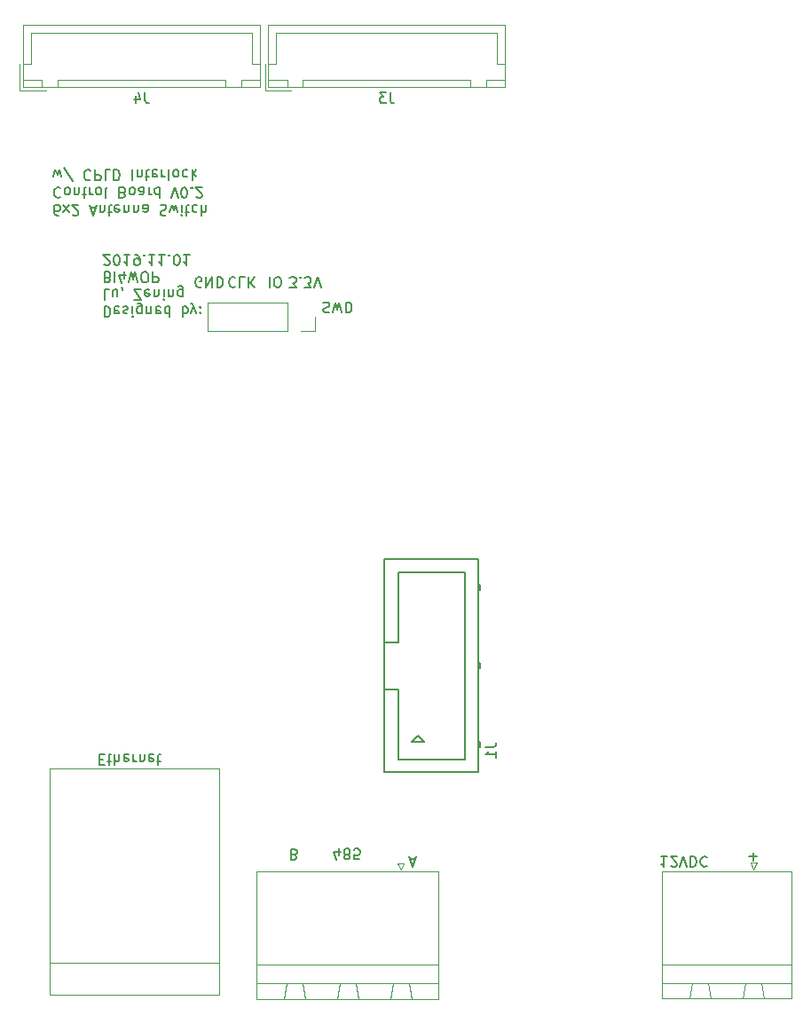
<source format=gbo>
G04 #@! TF.GenerationSoftware,KiCad,Pcbnew,(5.1.10)-1*
G04 #@! TF.CreationDate,2023-09-11T22:03:16+08:00*
G04 #@! TF.ProjectId,AntennaSwitch_6x2,416e7465-6e6e-4615-9377-697463685f36,rev?*
G04 #@! TF.SameCoordinates,Original*
G04 #@! TF.FileFunction,Legend,Bot*
G04 #@! TF.FilePolarity,Positive*
%FSLAX46Y46*%
G04 Gerber Fmt 4.6, Leading zero omitted, Abs format (unit mm)*
G04 Created by KiCad (PCBNEW (5.1.10)-1) date 2023-09-11 22:03:16*
%MOMM*%
%LPD*%
G01*
G04 APERTURE LIST*
%ADD10C,0.150000*%
%ADD11C,0.170000*%
%ADD12C,0.120000*%
G04 APERTURE END LIST*
D10*
X75201357Y-82009738D02*
X75344214Y-81962119D01*
X75582309Y-81962119D01*
X75677547Y-82009738D01*
X75725166Y-82057357D01*
X75772785Y-82152595D01*
X75772785Y-82247833D01*
X75725166Y-82343071D01*
X75677547Y-82390690D01*
X75582309Y-82438309D01*
X75391833Y-82485928D01*
X75296595Y-82533547D01*
X75248976Y-82581166D01*
X75201357Y-82676404D01*
X75201357Y-82771642D01*
X75248976Y-82866880D01*
X75296595Y-82914500D01*
X75391833Y-82962119D01*
X75629928Y-82962119D01*
X75772785Y-82914500D01*
X76106119Y-82962119D02*
X76344214Y-81962119D01*
X76534690Y-82676404D01*
X76725166Y-81962119D01*
X76963261Y-82962119D01*
X77344214Y-81962119D02*
X77344214Y-82962119D01*
X77582309Y-82962119D01*
X77725166Y-82914500D01*
X77820404Y-82819261D01*
X77868023Y-82724023D01*
X77915642Y-82533547D01*
X77915642Y-82390690D01*
X77868023Y-82200214D01*
X77820404Y-82104976D01*
X77725166Y-82009738D01*
X77582309Y-81962119D01*
X77344214Y-81962119D01*
X54300795Y-82367019D02*
X54300795Y-83367019D01*
X54538890Y-83367019D01*
X54681747Y-83319400D01*
X54776985Y-83224161D01*
X54824604Y-83128923D01*
X54872223Y-82938447D01*
X54872223Y-82795590D01*
X54824604Y-82605114D01*
X54776985Y-82509876D01*
X54681747Y-82414638D01*
X54538890Y-82367019D01*
X54300795Y-82367019D01*
X55681747Y-82414638D02*
X55586509Y-82367019D01*
X55396033Y-82367019D01*
X55300795Y-82414638D01*
X55253176Y-82509876D01*
X55253176Y-82890828D01*
X55300795Y-82986066D01*
X55396033Y-83033685D01*
X55586509Y-83033685D01*
X55681747Y-82986066D01*
X55729366Y-82890828D01*
X55729366Y-82795590D01*
X55253176Y-82700352D01*
X56110319Y-82414638D02*
X56205557Y-82367019D01*
X56396033Y-82367019D01*
X56491271Y-82414638D01*
X56538890Y-82509876D01*
X56538890Y-82557495D01*
X56491271Y-82652733D01*
X56396033Y-82700352D01*
X56253176Y-82700352D01*
X56157938Y-82747971D01*
X56110319Y-82843209D01*
X56110319Y-82890828D01*
X56157938Y-82986066D01*
X56253176Y-83033685D01*
X56396033Y-83033685D01*
X56491271Y-82986066D01*
X56967461Y-82367019D02*
X56967461Y-83033685D01*
X56967461Y-83367019D02*
X56919842Y-83319400D01*
X56967461Y-83271780D01*
X57015080Y-83319400D01*
X56967461Y-83367019D01*
X56967461Y-83271780D01*
X57872223Y-83033685D02*
X57872223Y-82224161D01*
X57824604Y-82128923D01*
X57776985Y-82081304D01*
X57681747Y-82033685D01*
X57538890Y-82033685D01*
X57443652Y-82081304D01*
X57872223Y-82414638D02*
X57776985Y-82367019D01*
X57586509Y-82367019D01*
X57491271Y-82414638D01*
X57443652Y-82462257D01*
X57396033Y-82557495D01*
X57396033Y-82843209D01*
X57443652Y-82938447D01*
X57491271Y-82986066D01*
X57586509Y-83033685D01*
X57776985Y-83033685D01*
X57872223Y-82986066D01*
X58348414Y-83033685D02*
X58348414Y-82367019D01*
X58348414Y-82938447D02*
X58396033Y-82986066D01*
X58491271Y-83033685D01*
X58634128Y-83033685D01*
X58729366Y-82986066D01*
X58776985Y-82890828D01*
X58776985Y-82367019D01*
X59634128Y-82414638D02*
X59538890Y-82367019D01*
X59348414Y-82367019D01*
X59253176Y-82414638D01*
X59205557Y-82509876D01*
X59205557Y-82890828D01*
X59253176Y-82986066D01*
X59348414Y-83033685D01*
X59538890Y-83033685D01*
X59634128Y-82986066D01*
X59681747Y-82890828D01*
X59681747Y-82795590D01*
X59205557Y-82700352D01*
X60538890Y-82367019D02*
X60538890Y-83367019D01*
X60538890Y-82414638D02*
X60443652Y-82367019D01*
X60253176Y-82367019D01*
X60157938Y-82414638D01*
X60110319Y-82462257D01*
X60062700Y-82557495D01*
X60062700Y-82843209D01*
X60110319Y-82938447D01*
X60157938Y-82986066D01*
X60253176Y-83033685D01*
X60443652Y-83033685D01*
X60538890Y-82986066D01*
X61776985Y-82367019D02*
X61776985Y-83367019D01*
X61776985Y-82986066D02*
X61872223Y-83033685D01*
X62062700Y-83033685D01*
X62157938Y-82986066D01*
X62205557Y-82938447D01*
X62253176Y-82843209D01*
X62253176Y-82557495D01*
X62205557Y-82462257D01*
X62157938Y-82414638D01*
X62062700Y-82367019D01*
X61872223Y-82367019D01*
X61776985Y-82414638D01*
X62586509Y-83033685D02*
X62824604Y-82367019D01*
X63062700Y-83033685D02*
X62824604Y-82367019D01*
X62729366Y-82128923D01*
X62681747Y-82081304D01*
X62586509Y-82033685D01*
X63443652Y-82462257D02*
X63491271Y-82414638D01*
X63443652Y-82367019D01*
X63396033Y-82414638D01*
X63443652Y-82462257D01*
X63443652Y-82367019D01*
X63443652Y-82986066D02*
X63491271Y-82938447D01*
X63443652Y-82890828D01*
X63396033Y-82938447D01*
X63443652Y-82986066D01*
X63443652Y-82890828D01*
X54776985Y-80717019D02*
X54300795Y-80717019D01*
X54300795Y-81717019D01*
X55538890Y-81383685D02*
X55538890Y-80717019D01*
X55110319Y-81383685D02*
X55110319Y-80859876D01*
X55157938Y-80764638D01*
X55253176Y-80717019D01*
X55396033Y-80717019D01*
X55491271Y-80764638D01*
X55538890Y-80812257D01*
X56062700Y-80764638D02*
X56062700Y-80717019D01*
X56015080Y-80621780D01*
X55967461Y-80574161D01*
X57157938Y-81717019D02*
X57824604Y-81717019D01*
X57157938Y-80717019D01*
X57824604Y-80717019D01*
X58586509Y-80764638D02*
X58491271Y-80717019D01*
X58300795Y-80717019D01*
X58205557Y-80764638D01*
X58157938Y-80859876D01*
X58157938Y-81240828D01*
X58205557Y-81336066D01*
X58300795Y-81383685D01*
X58491271Y-81383685D01*
X58586509Y-81336066D01*
X58634128Y-81240828D01*
X58634128Y-81145590D01*
X58157938Y-81050352D01*
X59062700Y-81383685D02*
X59062700Y-80717019D01*
X59062700Y-81288447D02*
X59110319Y-81336066D01*
X59205557Y-81383685D01*
X59348414Y-81383685D01*
X59443652Y-81336066D01*
X59491271Y-81240828D01*
X59491271Y-80717019D01*
X59967461Y-80717019D02*
X59967461Y-81383685D01*
X59967461Y-81717019D02*
X59919842Y-81669400D01*
X59967461Y-81621780D01*
X60015080Y-81669400D01*
X59967461Y-81717019D01*
X59967461Y-81621780D01*
X60443652Y-81383685D02*
X60443652Y-80717019D01*
X60443652Y-81288447D02*
X60491271Y-81336066D01*
X60586509Y-81383685D01*
X60729366Y-81383685D01*
X60824604Y-81336066D01*
X60872223Y-81240828D01*
X60872223Y-80717019D01*
X61776985Y-81383685D02*
X61776985Y-80574161D01*
X61729366Y-80478923D01*
X61681747Y-80431304D01*
X61586509Y-80383685D01*
X61443652Y-80383685D01*
X61348414Y-80431304D01*
X61776985Y-80764638D02*
X61681747Y-80717019D01*
X61491271Y-80717019D01*
X61396033Y-80764638D01*
X61348414Y-80812257D01*
X61300795Y-80907495D01*
X61300795Y-81193209D01*
X61348414Y-81288447D01*
X61396033Y-81336066D01*
X61491271Y-81383685D01*
X61681747Y-81383685D01*
X61776985Y-81336066D01*
X54634128Y-79590828D02*
X54776985Y-79543209D01*
X54824604Y-79495590D01*
X54872223Y-79400352D01*
X54872223Y-79257495D01*
X54824604Y-79162257D01*
X54776985Y-79114638D01*
X54681747Y-79067019D01*
X54300795Y-79067019D01*
X54300795Y-80067019D01*
X54634128Y-80067019D01*
X54729366Y-80019400D01*
X54776985Y-79971780D01*
X54824604Y-79876542D01*
X54824604Y-79781304D01*
X54776985Y-79686066D01*
X54729366Y-79638447D01*
X54634128Y-79590828D01*
X54300795Y-79590828D01*
X55300795Y-79067019D02*
X55300795Y-80067019D01*
X56205557Y-79733685D02*
X56205557Y-79067019D01*
X55967461Y-80114638D02*
X55729366Y-79400352D01*
X56348414Y-79400352D01*
X56634128Y-80067019D02*
X56872223Y-79067019D01*
X57062700Y-79781304D01*
X57253176Y-79067019D01*
X57491271Y-80067019D01*
X58062700Y-80067019D02*
X58253176Y-80067019D01*
X58348414Y-80019400D01*
X58443652Y-79924161D01*
X58491271Y-79733685D01*
X58491271Y-79400352D01*
X58443652Y-79209876D01*
X58348414Y-79114638D01*
X58253176Y-79067019D01*
X58062700Y-79067019D01*
X57967461Y-79114638D01*
X57872223Y-79209876D01*
X57824604Y-79400352D01*
X57824604Y-79733685D01*
X57872223Y-79924161D01*
X57967461Y-80019400D01*
X58062700Y-80067019D01*
X58919842Y-79067019D02*
X58919842Y-80067019D01*
X59300795Y-80067019D01*
X59396033Y-80019400D01*
X59443652Y-79971780D01*
X59491271Y-79876542D01*
X59491271Y-79733685D01*
X59443652Y-79638447D01*
X59396033Y-79590828D01*
X59300795Y-79543209D01*
X58919842Y-79543209D01*
X54253176Y-78321780D02*
X54300795Y-78369400D01*
X54396033Y-78417019D01*
X54634128Y-78417019D01*
X54729366Y-78369400D01*
X54776985Y-78321780D01*
X54824604Y-78226542D01*
X54824604Y-78131304D01*
X54776985Y-77988447D01*
X54205557Y-77417019D01*
X54824604Y-77417019D01*
X55443652Y-78417019D02*
X55538890Y-78417019D01*
X55634128Y-78369400D01*
X55681747Y-78321780D01*
X55729366Y-78226542D01*
X55776985Y-78036066D01*
X55776985Y-77797971D01*
X55729366Y-77607495D01*
X55681747Y-77512257D01*
X55634128Y-77464638D01*
X55538890Y-77417019D01*
X55443652Y-77417019D01*
X55348414Y-77464638D01*
X55300795Y-77512257D01*
X55253176Y-77607495D01*
X55205557Y-77797971D01*
X55205557Y-78036066D01*
X55253176Y-78226542D01*
X55300795Y-78321780D01*
X55348414Y-78369400D01*
X55443652Y-78417019D01*
X56729366Y-77417019D02*
X56157938Y-77417019D01*
X56443652Y-77417019D02*
X56443652Y-78417019D01*
X56348414Y-78274161D01*
X56253176Y-78178923D01*
X56157938Y-78131304D01*
X57205557Y-77417019D02*
X57396033Y-77417019D01*
X57491271Y-77464638D01*
X57538890Y-77512257D01*
X57634128Y-77655114D01*
X57681747Y-77845590D01*
X57681747Y-78226542D01*
X57634128Y-78321780D01*
X57586509Y-78369400D01*
X57491271Y-78417019D01*
X57300795Y-78417019D01*
X57205557Y-78369400D01*
X57157938Y-78321780D01*
X57110319Y-78226542D01*
X57110319Y-77988447D01*
X57157938Y-77893209D01*
X57205557Y-77845590D01*
X57300795Y-77797971D01*
X57491271Y-77797971D01*
X57586509Y-77845590D01*
X57634128Y-77893209D01*
X57681747Y-77988447D01*
X58110319Y-77512257D02*
X58157938Y-77464638D01*
X58110319Y-77417019D01*
X58062700Y-77464638D01*
X58110319Y-77512257D01*
X58110319Y-77417019D01*
X59110319Y-77417019D02*
X58538890Y-77417019D01*
X58824604Y-77417019D02*
X58824604Y-78417019D01*
X58729366Y-78274161D01*
X58634128Y-78178923D01*
X58538890Y-78131304D01*
X60062700Y-77417019D02*
X59491271Y-77417019D01*
X59776985Y-77417019D02*
X59776985Y-78417019D01*
X59681747Y-78274161D01*
X59586509Y-78178923D01*
X59491271Y-78131304D01*
X60491271Y-77512257D02*
X60538890Y-77464638D01*
X60491271Y-77417019D01*
X60443652Y-77464638D01*
X60491271Y-77512257D01*
X60491271Y-77417019D01*
X61157938Y-78417019D02*
X61253176Y-78417019D01*
X61348414Y-78369400D01*
X61396033Y-78321780D01*
X61443652Y-78226542D01*
X61491271Y-78036066D01*
X61491271Y-77797971D01*
X61443652Y-77607495D01*
X61396033Y-77512257D01*
X61348414Y-77464638D01*
X61253176Y-77417019D01*
X61157938Y-77417019D01*
X61062699Y-77464638D01*
X61015080Y-77512257D01*
X60967461Y-77607495D01*
X60919842Y-77797971D01*
X60919842Y-78036066D01*
X60967461Y-78226542D01*
X61015080Y-78321780D01*
X61062699Y-78369400D01*
X61157938Y-78417019D01*
X62443652Y-77417019D02*
X61872223Y-77417019D01*
X62157938Y-77417019D02*
X62157938Y-78417019D01*
X62062699Y-78274161D01*
X61967461Y-78178923D01*
X61872223Y-78131304D01*
D11*
X49967166Y-73672019D02*
X49776690Y-73672019D01*
X49681452Y-73624400D01*
X49633833Y-73576780D01*
X49538595Y-73433923D01*
X49490976Y-73243447D01*
X49490976Y-72862495D01*
X49538595Y-72767257D01*
X49586214Y-72719638D01*
X49681452Y-72672019D01*
X49871928Y-72672019D01*
X49967166Y-72719638D01*
X50014785Y-72767257D01*
X50062404Y-72862495D01*
X50062404Y-73100590D01*
X50014785Y-73195828D01*
X49967166Y-73243447D01*
X49871928Y-73291066D01*
X49681452Y-73291066D01*
X49586214Y-73243447D01*
X49538595Y-73195828D01*
X49490976Y-73100590D01*
X50395738Y-72672019D02*
X50919547Y-73338685D01*
X50395738Y-73338685D02*
X50919547Y-72672019D01*
X51252880Y-73576780D02*
X51300500Y-73624400D01*
X51395738Y-73672019D01*
X51633833Y-73672019D01*
X51729071Y-73624400D01*
X51776690Y-73576780D01*
X51824309Y-73481542D01*
X51824309Y-73386304D01*
X51776690Y-73243447D01*
X51205261Y-72672019D01*
X51824309Y-72672019D01*
X52967166Y-72957733D02*
X53443357Y-72957733D01*
X52871928Y-72672019D02*
X53205261Y-73672019D01*
X53538595Y-72672019D01*
X53871928Y-73338685D02*
X53871928Y-72672019D01*
X53871928Y-73243447D02*
X53919547Y-73291066D01*
X54014785Y-73338685D01*
X54157642Y-73338685D01*
X54252880Y-73291066D01*
X54300500Y-73195828D01*
X54300500Y-72672019D01*
X54633833Y-73338685D02*
X55014785Y-73338685D01*
X54776690Y-73672019D02*
X54776690Y-72814876D01*
X54824309Y-72719638D01*
X54919547Y-72672019D01*
X55014785Y-72672019D01*
X55729071Y-72719638D02*
X55633833Y-72672019D01*
X55443357Y-72672019D01*
X55348119Y-72719638D01*
X55300500Y-72814876D01*
X55300500Y-73195828D01*
X55348119Y-73291066D01*
X55443357Y-73338685D01*
X55633833Y-73338685D01*
X55729071Y-73291066D01*
X55776690Y-73195828D01*
X55776690Y-73100590D01*
X55300500Y-73005352D01*
X56205261Y-73338685D02*
X56205261Y-72672019D01*
X56205261Y-73243447D02*
X56252880Y-73291066D01*
X56348119Y-73338685D01*
X56490976Y-73338685D01*
X56586214Y-73291066D01*
X56633833Y-73195828D01*
X56633833Y-72672019D01*
X57110023Y-73338685D02*
X57110023Y-72672019D01*
X57110023Y-73243447D02*
X57157642Y-73291066D01*
X57252880Y-73338685D01*
X57395738Y-73338685D01*
X57490976Y-73291066D01*
X57538595Y-73195828D01*
X57538595Y-72672019D01*
X58443357Y-72672019D02*
X58443357Y-73195828D01*
X58395738Y-73291066D01*
X58300500Y-73338685D01*
X58110023Y-73338685D01*
X58014785Y-73291066D01*
X58443357Y-72719638D02*
X58348119Y-72672019D01*
X58110023Y-72672019D01*
X58014785Y-72719638D01*
X57967166Y-72814876D01*
X57967166Y-72910114D01*
X58014785Y-73005352D01*
X58110023Y-73052971D01*
X58348119Y-73052971D01*
X58443357Y-73100590D01*
X59633833Y-72719638D02*
X59776690Y-72672019D01*
X60014785Y-72672019D01*
X60110023Y-72719638D01*
X60157642Y-72767257D01*
X60205261Y-72862495D01*
X60205261Y-72957733D01*
X60157642Y-73052971D01*
X60110023Y-73100590D01*
X60014785Y-73148209D01*
X59824309Y-73195828D01*
X59729071Y-73243447D01*
X59681452Y-73291066D01*
X59633833Y-73386304D01*
X59633833Y-73481542D01*
X59681452Y-73576780D01*
X59729071Y-73624400D01*
X59824309Y-73672019D01*
X60062404Y-73672019D01*
X60205261Y-73624400D01*
X60538595Y-73338685D02*
X60729071Y-72672019D01*
X60919547Y-73148209D01*
X61110023Y-72672019D01*
X61300500Y-73338685D01*
X61681452Y-72672019D02*
X61681452Y-73338685D01*
X61681452Y-73672019D02*
X61633833Y-73624400D01*
X61681452Y-73576780D01*
X61729071Y-73624400D01*
X61681452Y-73672019D01*
X61681452Y-73576780D01*
X62014785Y-73338685D02*
X62395738Y-73338685D01*
X62157642Y-73672019D02*
X62157642Y-72814876D01*
X62205261Y-72719638D01*
X62300500Y-72672019D01*
X62395738Y-72672019D01*
X63157642Y-72719638D02*
X63062404Y-72672019D01*
X62871928Y-72672019D01*
X62776690Y-72719638D01*
X62729071Y-72767257D01*
X62681452Y-72862495D01*
X62681452Y-73148209D01*
X62729071Y-73243447D01*
X62776690Y-73291066D01*
X62871928Y-73338685D01*
X63062404Y-73338685D01*
X63157642Y-73291066D01*
X63586214Y-72672019D02*
X63586214Y-73672019D01*
X64014785Y-72672019D02*
X64014785Y-73195828D01*
X63967166Y-73291066D01*
X63871928Y-73338685D01*
X63729071Y-73338685D01*
X63633833Y-73291066D01*
X63586214Y-73243447D01*
X50110023Y-71097257D02*
X50062404Y-71049638D01*
X49919547Y-71002019D01*
X49824309Y-71002019D01*
X49681452Y-71049638D01*
X49586214Y-71144876D01*
X49538595Y-71240114D01*
X49490976Y-71430590D01*
X49490976Y-71573447D01*
X49538595Y-71763923D01*
X49586214Y-71859161D01*
X49681452Y-71954400D01*
X49824309Y-72002019D01*
X49919547Y-72002019D01*
X50062404Y-71954400D01*
X50110023Y-71906780D01*
X50681452Y-71002019D02*
X50586214Y-71049638D01*
X50538595Y-71097257D01*
X50490976Y-71192495D01*
X50490976Y-71478209D01*
X50538595Y-71573447D01*
X50586214Y-71621066D01*
X50681452Y-71668685D01*
X50824309Y-71668685D01*
X50919547Y-71621066D01*
X50967166Y-71573447D01*
X51014785Y-71478209D01*
X51014785Y-71192495D01*
X50967166Y-71097257D01*
X50919547Y-71049638D01*
X50824309Y-71002019D01*
X50681452Y-71002019D01*
X51443357Y-71668685D02*
X51443357Y-71002019D01*
X51443357Y-71573447D02*
X51490976Y-71621066D01*
X51586214Y-71668685D01*
X51729071Y-71668685D01*
X51824309Y-71621066D01*
X51871928Y-71525828D01*
X51871928Y-71002019D01*
X52205261Y-71668685D02*
X52586214Y-71668685D01*
X52348119Y-72002019D02*
X52348119Y-71144876D01*
X52395738Y-71049638D01*
X52490976Y-71002019D01*
X52586214Y-71002019D01*
X52919547Y-71002019D02*
X52919547Y-71668685D01*
X52919547Y-71478209D02*
X52967166Y-71573447D01*
X53014785Y-71621066D01*
X53110023Y-71668685D01*
X53205261Y-71668685D01*
X53681452Y-71002019D02*
X53586214Y-71049638D01*
X53538595Y-71097257D01*
X53490976Y-71192495D01*
X53490976Y-71478209D01*
X53538595Y-71573447D01*
X53586214Y-71621066D01*
X53681452Y-71668685D01*
X53824309Y-71668685D01*
X53919547Y-71621066D01*
X53967166Y-71573447D01*
X54014785Y-71478209D01*
X54014785Y-71192495D01*
X53967166Y-71097257D01*
X53919547Y-71049638D01*
X53824309Y-71002019D01*
X53681452Y-71002019D01*
X54586214Y-71002019D02*
X54490976Y-71049638D01*
X54443357Y-71144876D01*
X54443357Y-72002019D01*
X56062404Y-71525828D02*
X56205261Y-71478209D01*
X56252880Y-71430590D01*
X56300500Y-71335352D01*
X56300500Y-71192495D01*
X56252880Y-71097257D01*
X56205261Y-71049638D01*
X56110023Y-71002019D01*
X55729071Y-71002019D01*
X55729071Y-72002019D01*
X56062404Y-72002019D01*
X56157642Y-71954400D01*
X56205261Y-71906780D01*
X56252880Y-71811542D01*
X56252880Y-71716304D01*
X56205261Y-71621066D01*
X56157642Y-71573447D01*
X56062404Y-71525828D01*
X55729071Y-71525828D01*
X56871928Y-71002019D02*
X56776690Y-71049638D01*
X56729071Y-71097257D01*
X56681452Y-71192495D01*
X56681452Y-71478209D01*
X56729071Y-71573447D01*
X56776690Y-71621066D01*
X56871928Y-71668685D01*
X57014785Y-71668685D01*
X57110023Y-71621066D01*
X57157642Y-71573447D01*
X57205261Y-71478209D01*
X57205261Y-71192495D01*
X57157642Y-71097257D01*
X57110023Y-71049638D01*
X57014785Y-71002019D01*
X56871928Y-71002019D01*
X58062404Y-71002019D02*
X58062404Y-71525828D01*
X58014785Y-71621066D01*
X57919547Y-71668685D01*
X57729071Y-71668685D01*
X57633833Y-71621066D01*
X58062404Y-71049638D02*
X57967166Y-71002019D01*
X57729071Y-71002019D01*
X57633833Y-71049638D01*
X57586214Y-71144876D01*
X57586214Y-71240114D01*
X57633833Y-71335352D01*
X57729071Y-71382971D01*
X57967166Y-71382971D01*
X58062404Y-71430590D01*
X58538595Y-71002019D02*
X58538595Y-71668685D01*
X58538595Y-71478209D02*
X58586214Y-71573447D01*
X58633833Y-71621066D01*
X58729071Y-71668685D01*
X58824309Y-71668685D01*
X59586214Y-71002019D02*
X59586214Y-72002019D01*
X59586214Y-71049638D02*
X59490976Y-71002019D01*
X59300500Y-71002019D01*
X59205261Y-71049638D01*
X59157642Y-71097257D01*
X59110023Y-71192495D01*
X59110023Y-71478209D01*
X59157642Y-71573447D01*
X59205261Y-71621066D01*
X59300500Y-71668685D01*
X59490976Y-71668685D01*
X59586214Y-71621066D01*
X60681452Y-72002019D02*
X61014785Y-71002019D01*
X61348119Y-72002019D01*
X61871928Y-72002019D02*
X61967166Y-72002019D01*
X62062404Y-71954400D01*
X62110023Y-71906780D01*
X62157642Y-71811542D01*
X62205261Y-71621066D01*
X62205261Y-71382971D01*
X62157642Y-71192495D01*
X62110023Y-71097257D01*
X62062404Y-71049638D01*
X61967166Y-71002019D01*
X61871928Y-71002019D01*
X61776690Y-71049638D01*
X61729071Y-71097257D01*
X61681452Y-71192495D01*
X61633833Y-71382971D01*
X61633833Y-71621066D01*
X61681452Y-71811542D01*
X61729071Y-71906780D01*
X61776690Y-71954400D01*
X61871928Y-72002019D01*
X62633833Y-71097257D02*
X62681452Y-71049638D01*
X62633833Y-71002019D01*
X62586214Y-71049638D01*
X62633833Y-71097257D01*
X62633833Y-71002019D01*
X63062404Y-71906780D02*
X63110023Y-71954400D01*
X63205261Y-72002019D01*
X63443357Y-72002019D01*
X63538595Y-71954400D01*
X63586214Y-71906780D01*
X63633833Y-71811542D01*
X63633833Y-71716304D01*
X63586214Y-71573447D01*
X63014785Y-71002019D01*
X63633833Y-71002019D01*
X49443357Y-69998685D02*
X49633833Y-69332019D01*
X49824309Y-69808209D01*
X50014785Y-69332019D01*
X50205261Y-69998685D01*
X51300500Y-70379638D02*
X50443357Y-69093923D01*
X52967166Y-69427257D02*
X52919547Y-69379638D01*
X52776690Y-69332019D01*
X52681452Y-69332019D01*
X52538595Y-69379638D01*
X52443357Y-69474876D01*
X52395738Y-69570114D01*
X52348119Y-69760590D01*
X52348119Y-69903447D01*
X52395738Y-70093923D01*
X52443357Y-70189161D01*
X52538595Y-70284400D01*
X52681452Y-70332019D01*
X52776690Y-70332019D01*
X52919547Y-70284400D01*
X52967166Y-70236780D01*
X53395738Y-69332019D02*
X53395738Y-70332019D01*
X53776690Y-70332019D01*
X53871928Y-70284400D01*
X53919547Y-70236780D01*
X53967166Y-70141542D01*
X53967166Y-69998685D01*
X53919547Y-69903447D01*
X53871928Y-69855828D01*
X53776690Y-69808209D01*
X53395738Y-69808209D01*
X54871928Y-69332019D02*
X54395738Y-69332019D01*
X54395738Y-70332019D01*
X55205261Y-69332019D02*
X55205261Y-70332019D01*
X55443357Y-70332019D01*
X55586214Y-70284400D01*
X55681452Y-70189161D01*
X55729071Y-70093923D01*
X55776690Y-69903447D01*
X55776690Y-69760590D01*
X55729071Y-69570114D01*
X55681452Y-69474876D01*
X55586214Y-69379638D01*
X55443357Y-69332019D01*
X55205261Y-69332019D01*
X56967166Y-69332019D02*
X56967166Y-70332019D01*
X57443357Y-69998685D02*
X57443357Y-69332019D01*
X57443357Y-69903447D02*
X57490976Y-69951066D01*
X57586214Y-69998685D01*
X57729071Y-69998685D01*
X57824309Y-69951066D01*
X57871928Y-69855828D01*
X57871928Y-69332019D01*
X58205261Y-69998685D02*
X58586214Y-69998685D01*
X58348119Y-70332019D02*
X58348119Y-69474876D01*
X58395738Y-69379638D01*
X58490976Y-69332019D01*
X58586214Y-69332019D01*
X59300500Y-69379638D02*
X59205261Y-69332019D01*
X59014785Y-69332019D01*
X58919547Y-69379638D01*
X58871928Y-69474876D01*
X58871928Y-69855828D01*
X58919547Y-69951066D01*
X59014785Y-69998685D01*
X59205261Y-69998685D01*
X59300500Y-69951066D01*
X59348119Y-69855828D01*
X59348119Y-69760590D01*
X58871928Y-69665352D01*
X59776690Y-69332019D02*
X59776690Y-69998685D01*
X59776690Y-69808209D02*
X59824309Y-69903447D01*
X59871928Y-69951066D01*
X59967166Y-69998685D01*
X60062404Y-69998685D01*
X60538595Y-69332019D02*
X60443357Y-69379638D01*
X60395738Y-69474876D01*
X60395738Y-70332019D01*
X61062404Y-69332019D02*
X60967166Y-69379638D01*
X60919547Y-69427257D01*
X60871928Y-69522495D01*
X60871928Y-69808209D01*
X60919547Y-69903447D01*
X60967166Y-69951066D01*
X61062404Y-69998685D01*
X61205261Y-69998685D01*
X61300500Y-69951066D01*
X61348119Y-69903447D01*
X61395738Y-69808209D01*
X61395738Y-69522495D01*
X61348119Y-69427257D01*
X61300500Y-69379638D01*
X61205261Y-69332019D01*
X61062404Y-69332019D01*
X62252880Y-69379638D02*
X62157642Y-69332019D01*
X61967166Y-69332019D01*
X61871928Y-69379638D01*
X61824309Y-69427257D01*
X61776690Y-69522495D01*
X61776690Y-69808209D01*
X61824309Y-69903447D01*
X61871928Y-69951066D01*
X61967166Y-69998685D01*
X62157642Y-69998685D01*
X62252880Y-69951066D01*
X62681452Y-69332019D02*
X62681452Y-70332019D01*
X62776690Y-69712971D02*
X63062404Y-69332019D01*
X63062404Y-69998685D02*
X62681452Y-69617733D01*
D10*
X63541095Y-80501500D02*
X63445857Y-80549119D01*
X63303000Y-80549119D01*
X63160142Y-80501500D01*
X63064904Y-80406261D01*
X63017285Y-80311023D01*
X62969666Y-80120547D01*
X62969666Y-79977690D01*
X63017285Y-79787214D01*
X63064904Y-79691976D01*
X63160142Y-79596738D01*
X63303000Y-79549119D01*
X63398238Y-79549119D01*
X63541095Y-79596738D01*
X63588714Y-79644357D01*
X63588714Y-79977690D01*
X63398238Y-79977690D01*
X64017285Y-79549119D02*
X64017285Y-80549119D01*
X64588714Y-79549119D01*
X64588714Y-80549119D01*
X65064904Y-79549119D02*
X65064904Y-80549119D01*
X65303000Y-80549119D01*
X65445857Y-80501500D01*
X65541095Y-80406261D01*
X65588714Y-80311023D01*
X65636333Y-80120547D01*
X65636333Y-79977690D01*
X65588714Y-79787214D01*
X65541095Y-79691976D01*
X65445857Y-79596738D01*
X65303000Y-79549119D01*
X65064904Y-79549119D01*
X71970809Y-80549119D02*
X72589857Y-80549119D01*
X72256523Y-80168166D01*
X72399380Y-80168166D01*
X72494619Y-80120547D01*
X72542238Y-80072928D01*
X72589857Y-79977690D01*
X72589857Y-79739595D01*
X72542238Y-79644357D01*
X72494619Y-79596738D01*
X72399380Y-79549119D01*
X72113666Y-79549119D01*
X72018428Y-79596738D01*
X71970809Y-79644357D01*
X73018428Y-79644357D02*
X73066047Y-79596738D01*
X73018428Y-79549119D01*
X72970809Y-79596738D01*
X73018428Y-79644357D01*
X73018428Y-79549119D01*
X73399380Y-80549119D02*
X74018428Y-80549119D01*
X73685095Y-80168166D01*
X73827952Y-80168166D01*
X73923190Y-80120547D01*
X73970809Y-80072928D01*
X74018428Y-79977690D01*
X74018428Y-79739595D01*
X73970809Y-79644357D01*
X73923190Y-79596738D01*
X73827952Y-79549119D01*
X73542238Y-79549119D01*
X73447000Y-79596738D01*
X73399380Y-79644357D01*
X74304142Y-80549119D02*
X74637476Y-79549119D01*
X74970809Y-80549119D01*
X66819261Y-79644357D02*
X66771642Y-79596738D01*
X66628785Y-79549119D01*
X66533547Y-79549119D01*
X66390690Y-79596738D01*
X66295452Y-79691976D01*
X66247833Y-79787214D01*
X66200214Y-79977690D01*
X66200214Y-80120547D01*
X66247833Y-80311023D01*
X66295452Y-80406261D01*
X66390690Y-80501500D01*
X66533547Y-80549119D01*
X66628785Y-80549119D01*
X66771642Y-80501500D01*
X66819261Y-80453880D01*
X67724023Y-79549119D02*
X67247833Y-79549119D01*
X67247833Y-80549119D01*
X68057357Y-79549119D02*
X68057357Y-80549119D01*
X68628785Y-79549119D02*
X68200214Y-80120547D01*
X68628785Y-80549119D02*
X68057357Y-79977690D01*
X70065690Y-79549119D02*
X70065690Y-80549119D01*
X70732357Y-80549119D02*
X70922833Y-80549119D01*
X71018071Y-80501500D01*
X71113309Y-80406261D01*
X71160928Y-80215785D01*
X71160928Y-79882452D01*
X71113309Y-79691976D01*
X71018071Y-79596738D01*
X70922833Y-79549119D01*
X70732357Y-79549119D01*
X70637119Y-79596738D01*
X70541880Y-79691976D01*
X70494261Y-79882452D01*
X70494261Y-80215785D01*
X70541880Y-80406261D01*
X70637119Y-80501500D01*
X70732357Y-80549119D01*
X53825857Y-125602428D02*
X54159190Y-125602428D01*
X54302047Y-125078619D02*
X53825857Y-125078619D01*
X53825857Y-126078619D01*
X54302047Y-126078619D01*
X54587761Y-125745285D02*
X54968714Y-125745285D01*
X54730619Y-126078619D02*
X54730619Y-125221476D01*
X54778238Y-125126238D01*
X54873476Y-125078619D01*
X54968714Y-125078619D01*
X55302047Y-125078619D02*
X55302047Y-126078619D01*
X55730619Y-125078619D02*
X55730619Y-125602428D01*
X55683000Y-125697666D01*
X55587761Y-125745285D01*
X55444904Y-125745285D01*
X55349666Y-125697666D01*
X55302047Y-125650047D01*
X56587761Y-125126238D02*
X56492523Y-125078619D01*
X56302047Y-125078619D01*
X56206809Y-125126238D01*
X56159190Y-125221476D01*
X56159190Y-125602428D01*
X56206809Y-125697666D01*
X56302047Y-125745285D01*
X56492523Y-125745285D01*
X56587761Y-125697666D01*
X56635380Y-125602428D01*
X56635380Y-125507190D01*
X56159190Y-125411952D01*
X57063952Y-125078619D02*
X57063952Y-125745285D01*
X57063952Y-125554809D02*
X57111571Y-125650047D01*
X57159190Y-125697666D01*
X57254428Y-125745285D01*
X57349666Y-125745285D01*
X57683000Y-125745285D02*
X57683000Y-125078619D01*
X57683000Y-125650047D02*
X57730619Y-125697666D01*
X57825857Y-125745285D01*
X57968714Y-125745285D01*
X58063952Y-125697666D01*
X58111571Y-125602428D01*
X58111571Y-125078619D01*
X58968714Y-125126238D02*
X58873476Y-125078619D01*
X58683000Y-125078619D01*
X58587761Y-125126238D01*
X58540142Y-125221476D01*
X58540142Y-125602428D01*
X58587761Y-125697666D01*
X58683000Y-125745285D01*
X58873476Y-125745285D01*
X58968714Y-125697666D01*
X59016333Y-125602428D01*
X59016333Y-125507190D01*
X58540142Y-125411952D01*
X59302047Y-125745285D02*
X59683000Y-125745285D01*
X59444904Y-126078619D02*
X59444904Y-125221476D01*
X59492523Y-125126238D01*
X59587761Y-125078619D01*
X59683000Y-125078619D01*
X72438928Y-134682928D02*
X72581785Y-134635309D01*
X72629404Y-134587690D01*
X72677023Y-134492452D01*
X72677023Y-134349595D01*
X72629404Y-134254357D01*
X72581785Y-134206738D01*
X72486547Y-134159119D01*
X72105595Y-134159119D01*
X72105595Y-135159119D01*
X72438928Y-135159119D01*
X72534166Y-135111500D01*
X72581785Y-135063880D01*
X72629404Y-134968642D01*
X72629404Y-134873404D01*
X72581785Y-134778166D01*
X72534166Y-134730547D01*
X72438928Y-134682928D01*
X72105595Y-134682928D01*
X83511904Y-135083333D02*
X83988095Y-135083333D01*
X83416666Y-134797619D02*
X83750000Y-135797619D01*
X84083333Y-134797619D01*
X76685595Y-134762285D02*
X76685595Y-134095619D01*
X76447500Y-135143238D02*
X76209404Y-134428952D01*
X76828452Y-134428952D01*
X77352261Y-134667047D02*
X77257023Y-134714666D01*
X77209404Y-134762285D01*
X77161785Y-134857523D01*
X77161785Y-134905142D01*
X77209404Y-135000380D01*
X77257023Y-135048000D01*
X77352261Y-135095619D01*
X77542738Y-135095619D01*
X77637976Y-135048000D01*
X77685595Y-135000380D01*
X77733214Y-134905142D01*
X77733214Y-134857523D01*
X77685595Y-134762285D01*
X77637976Y-134714666D01*
X77542738Y-134667047D01*
X77352261Y-134667047D01*
X77257023Y-134619428D01*
X77209404Y-134571809D01*
X77161785Y-134476571D01*
X77161785Y-134286095D01*
X77209404Y-134190857D01*
X77257023Y-134143238D01*
X77352261Y-134095619D01*
X77542738Y-134095619D01*
X77637976Y-134143238D01*
X77685595Y-134190857D01*
X77733214Y-134286095D01*
X77733214Y-134476571D01*
X77685595Y-134571809D01*
X77637976Y-134619428D01*
X77542738Y-134667047D01*
X78637976Y-135095619D02*
X78161785Y-135095619D01*
X78114166Y-134619428D01*
X78161785Y-134667047D01*
X78257023Y-134714666D01*
X78495119Y-134714666D01*
X78590357Y-134667047D01*
X78637976Y-134619428D01*
X78685595Y-134524190D01*
X78685595Y-134286095D01*
X78637976Y-134190857D01*
X78590357Y-134143238D01*
X78495119Y-134095619D01*
X78257023Y-134095619D01*
X78161785Y-134143238D01*
X78114166Y-134190857D01*
X115833547Y-134830571D02*
X116595452Y-134830571D01*
X116214500Y-134449619D02*
X116214500Y-135211523D01*
X107991452Y-134830619D02*
X107420023Y-134830619D01*
X107705738Y-134830619D02*
X107705738Y-135830619D01*
X107610500Y-135687761D01*
X107515261Y-135592523D01*
X107420023Y-135544904D01*
X108372404Y-135735380D02*
X108420023Y-135783000D01*
X108515261Y-135830619D01*
X108753357Y-135830619D01*
X108848595Y-135783000D01*
X108896214Y-135735380D01*
X108943833Y-135640142D01*
X108943833Y-135544904D01*
X108896214Y-135402047D01*
X108324785Y-134830619D01*
X108943833Y-134830619D01*
X109229547Y-135830619D02*
X109562880Y-134830619D01*
X109896214Y-135830619D01*
X110229547Y-134830619D02*
X110229547Y-135830619D01*
X110467642Y-135830619D01*
X110610500Y-135783000D01*
X110705738Y-135687761D01*
X110753357Y-135592523D01*
X110800976Y-135402047D01*
X110800976Y-135259190D01*
X110753357Y-135068714D01*
X110705738Y-134973476D01*
X110610500Y-134878238D01*
X110467642Y-134830619D01*
X110229547Y-134830619D01*
X111800976Y-134925857D02*
X111753357Y-134878238D01*
X111610500Y-134830619D01*
X111515261Y-134830619D01*
X111372404Y-134878238D01*
X111277166Y-134973476D01*
X111229547Y-135068714D01*
X111181928Y-135259190D01*
X111181928Y-135402047D01*
X111229547Y-135592523D01*
X111277166Y-135687761D01*
X111372404Y-135783000D01*
X111515261Y-135830619D01*
X111610500Y-135830619D01*
X111753357Y-135783000D01*
X111800976Y-135735380D01*
X81042000Y-126791000D02*
X89982000Y-126791000D01*
X89982000Y-126791000D02*
X89982000Y-106491000D01*
X89982000Y-106491000D02*
X81042000Y-106491000D01*
X81042000Y-106491000D02*
X81042000Y-126791000D01*
X81042000Y-118866000D02*
X82342000Y-118866000D01*
X82342000Y-118866000D02*
X82342000Y-125591000D01*
X82342000Y-125591000D02*
X88682000Y-125591000D01*
X88682000Y-125591000D02*
X88682000Y-107691000D01*
X88682000Y-107691000D02*
X82342000Y-107691000D01*
X82342000Y-107691000D02*
X82342000Y-114416000D01*
X82342000Y-114416000D02*
X81042000Y-114416000D01*
X89982000Y-116891000D02*
X90182000Y-116891000D01*
X90182000Y-116891000D02*
X90182000Y-116391000D01*
X90182000Y-116391000D02*
X89982000Y-116391000D01*
X90082000Y-116891000D02*
X90082000Y-116391000D01*
X89982000Y-109411000D02*
X90182000Y-109411000D01*
X90182000Y-109411000D02*
X90182000Y-108911000D01*
X90182000Y-108911000D02*
X89982000Y-108911000D01*
X90082000Y-109411000D02*
X90082000Y-108911000D01*
X89982000Y-124371000D02*
X90182000Y-124371000D01*
X90182000Y-124371000D02*
X90182000Y-123871000D01*
X90182000Y-123871000D02*
X89982000Y-123871000D01*
X90082000Y-124371000D02*
X90082000Y-123871000D01*
X83642000Y-123921000D02*
X84842000Y-123921000D01*
X84842000Y-123921000D02*
X84242000Y-123321000D01*
X84242000Y-123321000D02*
X83642000Y-123921000D01*
D12*
X119866000Y-136251000D02*
X119866000Y-148411000D01*
X119866000Y-148411000D02*
X107546000Y-148411000D01*
X107546000Y-148411000D02*
X107546000Y-136251000D01*
X107546000Y-136251000D02*
X119866000Y-136251000D01*
X119866000Y-146911000D02*
X119866000Y-145111000D01*
X119866000Y-145111000D02*
X107546000Y-145111000D01*
X107546000Y-145111000D02*
X107546000Y-146911000D01*
X107546000Y-146911000D02*
X119866000Y-146911000D01*
X117246000Y-148411000D02*
X115246000Y-148411000D01*
X115246000Y-148411000D02*
X115496000Y-146911000D01*
X115496000Y-146911000D02*
X116996000Y-146911000D01*
X116996000Y-146911000D02*
X117246000Y-148411000D01*
X112166000Y-148411000D02*
X110166000Y-148411000D01*
X110166000Y-148411000D02*
X110416000Y-146911000D01*
X110416000Y-146911000D02*
X111916000Y-146911000D01*
X111916000Y-146911000D02*
X112166000Y-148411000D01*
X115946000Y-135451000D02*
X116246000Y-136051000D01*
X116246000Y-136051000D02*
X116546000Y-135451000D01*
X116546000Y-135451000D02*
X115946000Y-135451000D01*
X86211000Y-136278000D02*
X86211000Y-148438000D01*
X86211000Y-148438000D02*
X68811000Y-148438000D01*
X68811000Y-148438000D02*
X68811000Y-136278000D01*
X68811000Y-136278000D02*
X86211000Y-136278000D01*
X86211000Y-146938000D02*
X86211000Y-145138000D01*
X86211000Y-145138000D02*
X68811000Y-145138000D01*
X68811000Y-145138000D02*
X68811000Y-146938000D01*
X68811000Y-146938000D02*
X86211000Y-146938000D01*
X83591000Y-148438000D02*
X81591000Y-148438000D01*
X81591000Y-148438000D02*
X81841000Y-146938000D01*
X81841000Y-146938000D02*
X83341000Y-146938000D01*
X83341000Y-146938000D02*
X83591000Y-148438000D01*
X78511000Y-148438000D02*
X76511000Y-148438000D01*
X76511000Y-148438000D02*
X76761000Y-146938000D01*
X76761000Y-146938000D02*
X78261000Y-146938000D01*
X78261000Y-146938000D02*
X78511000Y-148438000D01*
X73431000Y-148438000D02*
X71431000Y-148438000D01*
X71431000Y-148438000D02*
X71681000Y-146938000D01*
X71681000Y-146938000D02*
X73181000Y-146938000D01*
X73181000Y-146938000D02*
X73431000Y-148438000D01*
X82291000Y-135478000D02*
X82591000Y-136078000D01*
X82591000Y-136078000D02*
X82891000Y-135478000D01*
X82891000Y-135478000D02*
X82291000Y-135478000D01*
X64116000Y-84672000D02*
X64116000Y-82012000D01*
X71796000Y-84672000D02*
X64116000Y-84672000D01*
X71796000Y-82012000D02*
X64116000Y-82012000D01*
X71796000Y-84672000D02*
X71796000Y-82012000D01*
X73066000Y-84672000D02*
X74396000Y-84672000D01*
X74396000Y-84672000D02*
X74396000Y-83342000D01*
X49123999Y-145008000D02*
X65223999Y-144988000D01*
X65223999Y-126408000D02*
X65223999Y-148008000D01*
X49123999Y-148008000D02*
X49123999Y-126408000D01*
X49123999Y-126408000D02*
X65223999Y-126408000D01*
X49123999Y-148008000D02*
X65223999Y-148008000D01*
X46550000Y-61450000D02*
X46550000Y-55500000D01*
X46550000Y-55500000D02*
X69150000Y-55500000D01*
X69150000Y-55500000D02*
X69150000Y-61450000D01*
X69150000Y-61450000D02*
X46550000Y-61450000D01*
X49850000Y-61450000D02*
X49850000Y-60700000D01*
X49850000Y-60700000D02*
X65850000Y-60700000D01*
X65850000Y-60700000D02*
X65850000Y-61450000D01*
X65850000Y-61450000D02*
X49850000Y-61450000D01*
X46550000Y-61450000D02*
X46550000Y-60700000D01*
X46550000Y-60700000D02*
X48350000Y-60700000D01*
X48350000Y-60700000D02*
X48350000Y-61450000D01*
X48350000Y-61450000D02*
X46550000Y-61450000D01*
X67350000Y-61450000D02*
X67350000Y-60700000D01*
X67350000Y-60700000D02*
X69150000Y-60700000D01*
X69150000Y-60700000D02*
X69150000Y-61450000D01*
X69150000Y-61450000D02*
X67350000Y-61450000D01*
X46550000Y-59200000D02*
X47300000Y-59200000D01*
X47300000Y-59200000D02*
X47300000Y-56250000D01*
X47300000Y-56250000D02*
X57850000Y-56250000D01*
X69150000Y-59200000D02*
X68400000Y-59200000D01*
X68400000Y-59200000D02*
X68400000Y-56250000D01*
X68400000Y-56250000D02*
X57850000Y-56250000D01*
X48750000Y-61750000D02*
X46250000Y-61750000D01*
X46250000Y-61750000D02*
X46250000Y-59250000D01*
X69950000Y-61450000D02*
X69950000Y-55500000D01*
X69950000Y-55500000D02*
X92550000Y-55500000D01*
X92550000Y-55500000D02*
X92550000Y-61450000D01*
X92550000Y-61450000D02*
X69950000Y-61450000D01*
X73250000Y-61450000D02*
X73250000Y-60700000D01*
X73250000Y-60700000D02*
X89250000Y-60700000D01*
X89250000Y-60700000D02*
X89250000Y-61450000D01*
X89250000Y-61450000D02*
X73250000Y-61450000D01*
X69950000Y-61450000D02*
X69950000Y-60700000D01*
X69950000Y-60700000D02*
X71750000Y-60700000D01*
X71750000Y-60700000D02*
X71750000Y-61450000D01*
X71750000Y-61450000D02*
X69950000Y-61450000D01*
X90750000Y-61450000D02*
X90750000Y-60700000D01*
X90750000Y-60700000D02*
X92550000Y-60700000D01*
X92550000Y-60700000D02*
X92550000Y-61450000D01*
X92550000Y-61450000D02*
X90750000Y-61450000D01*
X69950000Y-59200000D02*
X70700000Y-59200000D01*
X70700000Y-59200000D02*
X70700000Y-56250000D01*
X70700000Y-56250000D02*
X81250000Y-56250000D01*
X92550000Y-59200000D02*
X91800000Y-59200000D01*
X91800000Y-59200000D02*
X91800000Y-56250000D01*
X91800000Y-56250000D02*
X81250000Y-56250000D01*
X72150000Y-61750000D02*
X69650000Y-61750000D01*
X69650000Y-61750000D02*
X69650000Y-59250000D01*
D10*
X90694380Y-124387666D02*
X91408666Y-124387666D01*
X91551523Y-124340047D01*
X91646761Y-124244809D01*
X91694380Y-124101952D01*
X91694380Y-124006714D01*
X91694380Y-125387666D02*
X91694380Y-124816238D01*
X91694380Y-125101952D02*
X90694380Y-125101952D01*
X90837238Y-125006714D01*
X90932476Y-124911476D01*
X90980095Y-124816238D01*
X58183333Y-61952380D02*
X58183333Y-62666666D01*
X58230952Y-62809523D01*
X58326190Y-62904761D01*
X58469047Y-62952380D01*
X58564285Y-62952380D01*
X57278571Y-62285714D02*
X57278571Y-62952380D01*
X57516666Y-61904761D02*
X57754761Y-62619047D01*
X57135714Y-62619047D01*
X81583333Y-61952380D02*
X81583333Y-62666666D01*
X81630952Y-62809523D01*
X81726190Y-62904761D01*
X81869047Y-62952380D01*
X81964285Y-62952380D01*
X81202380Y-61952380D02*
X80583333Y-61952380D01*
X80916666Y-62333333D01*
X80773809Y-62333333D01*
X80678571Y-62380952D01*
X80630952Y-62428571D01*
X80583333Y-62523809D01*
X80583333Y-62761904D01*
X80630952Y-62857142D01*
X80678571Y-62904761D01*
X80773809Y-62952380D01*
X81059523Y-62952380D01*
X81154761Y-62904761D01*
X81202380Y-62857142D01*
M02*

</source>
